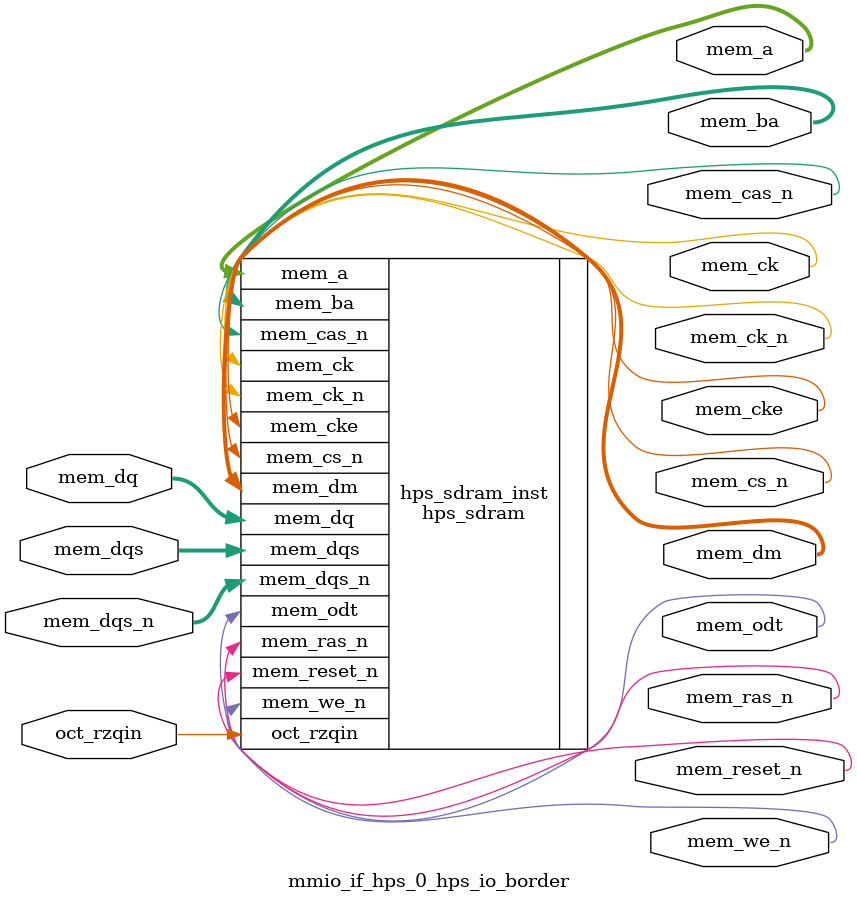
<source format=sv>


module mmio_if_hps_0_hps_io_border(
// memory
  output wire [15 - 1 : 0 ] mem_a
 ,output wire [3 - 1 : 0 ] mem_ba
 ,output wire [1 - 1 : 0 ] mem_ck
 ,output wire [1 - 1 : 0 ] mem_ck_n
 ,output wire [1 - 1 : 0 ] mem_cke
 ,output wire [1 - 1 : 0 ] mem_cs_n
 ,output wire [1 - 1 : 0 ] mem_ras_n
 ,output wire [1 - 1 : 0 ] mem_cas_n
 ,output wire [1 - 1 : 0 ] mem_we_n
 ,output wire [1 - 1 : 0 ] mem_reset_n
 ,inout wire [32 - 1 : 0 ] mem_dq
 ,inout wire [4 - 1 : 0 ] mem_dqs
 ,inout wire [4 - 1 : 0 ] mem_dqs_n
 ,output wire [1 - 1 : 0 ] mem_odt
 ,output wire [4 - 1 : 0 ] mem_dm
 ,input wire [1 - 1 : 0 ] oct_rzqin
);


hps_sdram hps_sdram_inst(
 .mem_dq({
    mem_dq[31:0] // 31:0
  })
,.mem_odt({
    mem_odt[0:0] // 0:0
  })
,.mem_ras_n({
    mem_ras_n[0:0] // 0:0
  })
,.mem_dqs_n({
    mem_dqs_n[3:0] // 3:0
  })
,.mem_dqs({
    mem_dqs[3:0] // 3:0
  })
,.mem_dm({
    mem_dm[3:0] // 3:0
  })
,.mem_we_n({
    mem_we_n[0:0] // 0:0
  })
,.mem_cas_n({
    mem_cas_n[0:0] // 0:0
  })
,.mem_ba({
    mem_ba[2:0] // 2:0
  })
,.mem_a({
    mem_a[14:0] // 14:0
  })
,.mem_cs_n({
    mem_cs_n[0:0] // 0:0
  })
,.mem_ck({
    mem_ck[0:0] // 0:0
  })
,.mem_cke({
    mem_cke[0:0] // 0:0
  })
,.oct_rzqin({
    oct_rzqin[0:0] // 0:0
  })
,.mem_reset_n({
    mem_reset_n[0:0] // 0:0
  })
,.mem_ck_n({
    mem_ck_n[0:0] // 0:0
  })
);

endmodule


</source>
